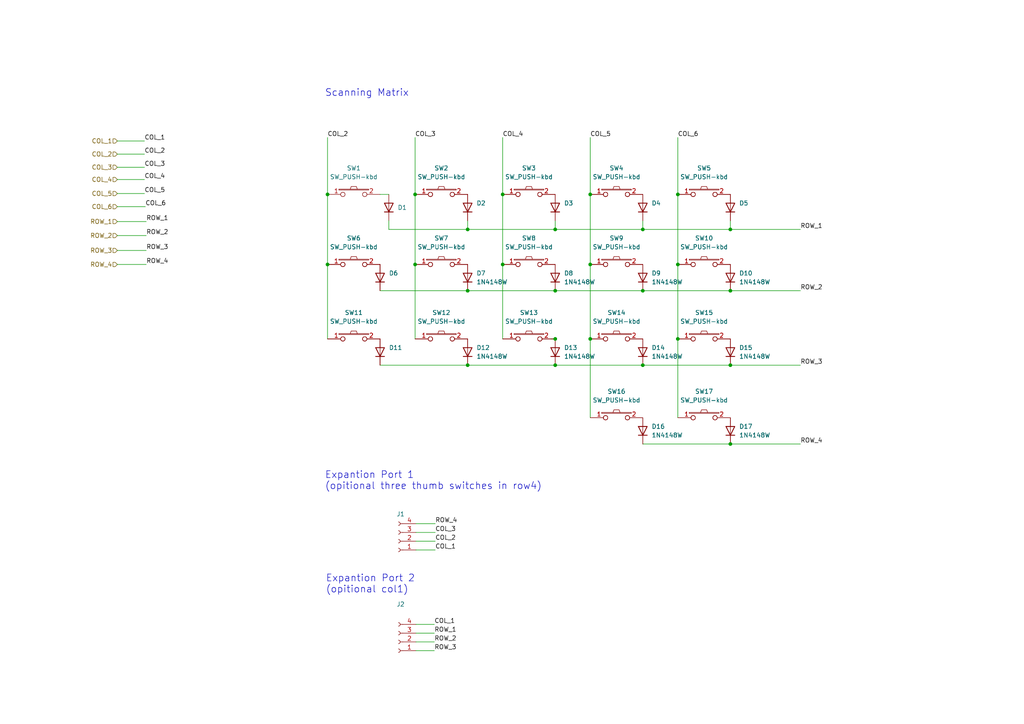
<source format=kicad_sch>
(kicad_sch (version 20211123) (generator eeschema)
  (paper "A4")
  (lib_symbols
    (symbol "Connector:Conn_01x04_Female" (pin_names (offset 1.016) hide)
      (property "Reference" "J" (at 0 5.08 0))
      (property "Value" "Conn_01x04_Female" (at 0 -7.62 0))
      (symbol "Conn_01x04_Female_1_1"
        (arc (start 0 -4.572) (mid -0.508 -5.08) (end 0 -5.588) (stroke (width 0.1524)))
        (arc (start 0 -2.032) (mid -0.508 -2.54) (end 0 -3.048) (stroke (width 0.1524)))
        (polyline (pts (xy -1.27 -5.08) (xy -0.508 -5.08)) (stroke (width 0.1524)))
        (polyline (pts (xy -1.27 -2.54) (xy -0.508 -2.54)) (stroke (width 0.1524)))
        (polyline (pts (xy -1.27 0) (xy -0.508 0)) (stroke (width 0.1524)))
        (polyline (pts (xy -1.27 2.54) (xy -0.508 2.54)) (stroke (width 0.1524)))
        (arc (start 0 0.508) (mid -0.508 0) (end 0 -0.508) (stroke (width 0.1524)))
        (arc (start 0 3.048) (mid -0.508 2.54) (end 0 2.032) (stroke (width 0.1524)))
        (pin passive line (at -5.08 2.54 0) (length 3.81) (name "Pin_1") (number "1"))
        (pin passive line (at -5.08 0 0) (length 3.81) (name "Pin_2") (number "2"))
        (pin passive line (at -5.08 -2.54 0) (length 3.81) (name "Pin_3") (number "3"))
        (pin passive line (at -5.08 -5.08 0) (length 3.81) (name "Pin_4") (number "4"))
      )
    )
    (symbol "mysymbol:1N4148W" (pin_numbers hide) (pin_names (offset 1.016) hide)
      (property "Reference" "D?" (at 2.54 1.2701 90))
      (symbol "1N4148W_0_1"
        (polyline (pts (xy -1.27 1.27) (xy -1.27 -1.27)) (stroke (width 0.254)))
        (polyline (pts (xy 1.27 0) (xy -1.27 0)))
        (polyline (pts (xy 1.27 1.27) (xy 1.27 -1.27) (xy -1.27 0) (xy 1.27 1.27)) (stroke (width 0.254)))
      )
      (symbol "1N4148W_1_1"
        (pin passive line (at -3.81 0 0) (length 2.54) (name "K") (number "1"))
        (pin passive line (at 3.81 0 180) (length 2.54) (name "A") (number "2"))
      )
    )
    (symbol "mysymbol:SW_PUSH-kbd" (pin_names (offset 1.016) hide)
      (property "Reference" "SW1" (at 3.81 2.794 0))
      (symbol "SW_PUSH-kbd_0_1"
        (rectangle (start -4.318 1.27) (end 4.318 1.524))
        (polyline (pts (xy -1.016 1.524) (xy -0.762 2.286) (xy 0.762 2.286) (xy 1.016 1.524)))
        (pin passive inverted (at -7.62 0 0) (length 5.08) (name "1") (number "1"))
        (pin passive inverted (at 7.62 0 180) (length 5.08) (name "2") (number "2"))
      )
    )
  )
  (junction (at 135.636 66.548))
  (junction (at 94.996 56.388))
  (junction (at 171.196 98.298))
  (junction (at 196.596 76.708))
  (junction (at 145.796 56.388))
  (junction (at 211.836 105.918))
  (junction (at 161.036 98.298))
  (junction (at 171.196 56.388))
  (junction (at 120.396 56.388))
  (junction (at 120.396 76.708))
  (junction (at 135.636 84.328))
  (junction (at 135.636 105.918))
  (junction (at 171.196 76.708))
  (junction (at 196.596 98.298))
  (junction (at 94.996 76.708))
  (junction (at 211.836 66.548))
  (junction (at 211.836 84.328))
  (junction (at 161.036 84.328))
  (junction (at 161.036 105.918))
  (junction (at 145.796 76.708))
  (junction (at 186.436 105.918))
  (junction (at 186.436 66.548))
  (junction (at 186.436 84.328))
  (junction (at 161.036 66.548))
  (junction (at 211.836 128.778))
  (junction (at 196.596 56.388))
  (wire (pts (xy 120.396 76.708) (xy 120.396 98.298)))
  (wire (pts (xy 145.796 76.708) (xy 145.796 98.298)))
  (wire (pts (xy 120.65 188.722) (xy 125.984 188.722)))
  (wire (pts (xy 161.036 105.918) (xy 186.436 105.918)))
  (wire (pts (xy 171.196 98.298) (xy 171.196 121.158)))
  (wire (pts (xy 135.636 84.328) (xy 161.036 84.328)))
  (wire (pts (xy 186.436 66.548) (xy 211.836 66.548)))
  (wire (pts (xy 94.996 56.388) (xy 94.996 76.708)))
  (wire (pts (xy 110.236 84.328) (xy 135.636 84.328)))
  (wire (pts (xy 186.436 128.778) (xy 211.836 128.778)))
  (wire (pts (xy 211.836 64.008) (xy 211.836 66.548)))
  (wire (pts (xy 211.836 66.548) (xy 232.156 66.548)))
  (wire (pts (xy 161.036 64.008) (xy 161.036 66.548)))
  (wire (pts (xy 161.036 84.328) (xy 186.436 84.328)))
  (wire (pts (xy 34.036 44.704) (xy 41.91 44.704)))
  (wire (pts (xy 34.036 68.326) (xy 42.418 68.326)))
  (wire (pts (xy 120.65 159.512) (xy 126.238 159.512)))
  (wire (pts (xy 34.036 64.262) (xy 42.418 64.262)))
  (wire (pts (xy 211.836 128.778) (xy 232.156 128.778)))
  (wire (pts (xy 211.836 105.918) (xy 232.156 105.918)))
  (wire (pts (xy 211.836 84.328) (xy 232.156 84.328)))
  (wire (pts (xy 120.65 181.102) (xy 125.984 181.102)))
  (wire (pts (xy 94.996 39.878) (xy 94.996 56.388)))
  (wire (pts (xy 34.036 48.514) (xy 41.91 48.514)))
  (wire (pts (xy 120.396 56.388) (xy 120.396 76.708)))
  (wire (pts (xy 186.436 105.918) (xy 211.836 105.918)))
  (wire (pts (xy 161.036 66.548) (xy 186.436 66.548)))
  (wire (pts (xy 196.596 39.878) (xy 196.596 56.388)))
  (wire (pts (xy 110.236 56.388) (xy 112.776 56.388)))
  (wire (pts (xy 145.796 56.388) (xy 145.796 76.708)))
  (wire (pts (xy 196.596 56.388) (xy 196.596 76.708)))
  (wire (pts (xy 196.596 76.708) (xy 196.596 98.298)))
  (wire (pts (xy 120.65 183.642) (xy 125.984 183.642)))
  (wire (pts (xy 135.636 105.918) (xy 161.036 105.918)))
  (wire (pts (xy 171.196 76.708) (xy 171.196 98.298)))
  (wire (pts (xy 110.236 105.918) (xy 135.636 105.918)))
  (wire (pts (xy 34.036 40.894) (xy 41.91 40.894)))
  (wire (pts (xy 120.65 151.892) (xy 126.238 151.892)))
  (wire (pts (xy 34.036 76.708) (xy 42.418 76.708)))
  (wire (pts (xy 34.036 56.134) (xy 41.91 56.134)))
  (wire (pts (xy 186.436 64.008) (xy 186.436 66.548)))
  (wire (pts (xy 159.766 98.298) (xy 161.036 98.298)))
  (wire (pts (xy 34.036 59.944) (xy 42.164 59.944)))
  (wire (pts (xy 34.036 52.07) (xy 41.91 52.07)))
  (wire (pts (xy 120.65 156.972) (xy 126.238 156.972)))
  (wire (pts (xy 94.996 76.708) (xy 94.996 98.298)))
  (wire (pts (xy 186.436 84.328) (xy 211.836 84.328)))
  (wire (pts (xy 112.776 64.008) (xy 112.776 66.548)))
  (wire (pts (xy 196.596 98.298) (xy 196.596 121.158)))
  (wire (pts (xy 145.796 39.878) (xy 145.796 56.388)))
  (wire (pts (xy 112.776 66.548) (xy 135.636 66.548)))
  (wire (pts (xy 171.196 56.388) (xy 171.196 76.708)))
  (wire (pts (xy 34.036 72.644) (xy 42.418 72.644)))
  (wire (pts (xy 135.636 66.548) (xy 161.036 66.548)))
  (wire (pts (xy 120.65 154.432) (xy 126.238 154.432)))
  (wire (pts (xy 120.396 39.878) (xy 120.396 56.388)))
  (wire (pts (xy 120.65 186.182) (xy 125.984 186.182)))
  (wire (pts (xy 171.196 39.878) (xy 171.196 56.388)))
  (wire (pts (xy 135.636 64.008) (xy 135.636 66.548)))
  (text "Scanning Matrix" (at 94.234 28.194 0) (effects (font (size 2 2)) (justify left bottom)))
  (text "Expantion Port 2\n(opitional col1)" (at 94.488 172.212 0) (effects (font (size 2 2)) (justify left bottom)))
  (text "Expantion Port 1\n(opitional three thumb switches in row4)" (at 94.234 142.24 0) (effects (font (size 2 2)) (justify left bottom)))
  (label "COL_2" (at 94.996 39.878 0))
  (label "COL_2" (at 126.238 156.972 0))
  (label "ROW_3" (at 125.984 188.722 0))
  (label "ROW_3" (at 42.418 72.644 0))
  (label "COL_2" (at 41.91 44.704 0))
  (label "COL_6" (at 196.596 39.878 0))
  (label "ROW_3" (at 232.156 105.918 0))
  (label "ROW_1" (at 42.418 64.262 0))
  (label "COL_5" (at 171.196 39.878 0))
  (label "ROW_4" (at 42.418 76.708 0))
  (label "COL_4" (at 145.796 39.878 0))
  (label "COL_3" (at 120.396 39.878 0))
  (label "ROW_1" (at 125.984 183.642 0))
  (label "ROW_2" (at 232.156 84.328 0))
  (label "COL_1" (at 41.91 40.894 0))
  (label "COL_4" (at 41.91 52.07 0))
  (label "COL_1" (at 126.238 159.512 0))
  (label "COL_6" (at 42.164 59.944 0))
  (label "ROW_4" (at 126.238 151.892 0))
  (label "COL_1" (at 125.984 181.102 0))
  (label "COL_3" (at 126.238 154.432 0))
  (label "ROW_1" (at 232.156 66.548 0))
  (label "COL_3" (at 41.91 48.514 0))
  (label "ROW_4" (at 232.156 128.778 0))
  (label "ROW_2" (at 42.418 68.326 0))
  (label "COL_5" (at 41.91 56.134 0))
  (label "ROW_2" (at 125.984 186.182 0))
  (hierarchical_label "COL_2" (shape input) (at 34.036 44.704 180))
  (hierarchical_label "ROW_3" (shape input) (at 34.036 72.644 180))
  (hierarchical_label "COL_5" (shape input) (at 34.036 56.134 180))
  (hierarchical_label "ROW_2" (shape input) (at 34.036 68.326 180))
  (hierarchical_label "COL_4" (shape input) (at 34.036 52.07 180))
  (hierarchical_label "COL_6" (shape input) (at 34.036 59.944 180))
  (hierarchical_label "COL_1" (shape input) (at 34.036 40.894 180))
  (hierarchical_label "ROW_4" (shape input) (at 34.036 76.708 180))
  (hierarchical_label "ROW_1" (shape input) (at 34.036 64.262 180))
  (hierarchical_label "COL_3" (shape input) (at 34.036 48.514 180))
  (symbol (lib_id "mysymbol:SW_PUSH-kbd") (at 204.216 76.708 0) (unit 1)
    (property "Reference" "SW10" (at 204.216 69.088 0))
    (property "Value" "SW_PUSH-kbd" (at 204.216 71.628 0))
    (property "Footprint" "mylib:Kailh_Choc_Hotplug" (effects hide))
  )
  (symbol (lib_id "mysymbol:1N4148W") (at 161.036 80.518 90) (unit 1)
    (property "Reference" "D8" (at 163.576 79.2479 90) (effects (justify right)))
    (property "Value" "1N4148W" (at 163.576 81.7879 90) (effects (justify right)))
    (property "Footprint" "mylib:Diode" (effects hide))
    (property "Datasheet" "https://www.vishay.com/docs/85748/1n4148w.pdf" (effects hide))
  )
  (symbol (lib_id "Connector:Conn_01x04_Female") (at 115.57 186.182 180) (unit 1)
    (property "Reference" "J2" (at 116.205 175.26 0))
    (property "Value" "Conn_01x04_Female" (effects hide))
    (property "Footprint" "mylib:pogopin_1x4" (effects hide))
  )
  (symbol (lib_id "mysymbol:SW_PUSH-kbd") (at 128.016 56.388 0) (unit 1)
    (property "Reference" "SW2" (at 128.016 48.768 0))
    (property "Value" "SW_PUSH-kbd" (at 128.016 51.308 0))
    (property "Footprint" "mylib:Kailh_Choc_Hotplug" (effects hide))
  )
  (symbol (lib_id "mysymbol:SW_PUSH-kbd") (at 128.016 76.708 0) (unit 1)
    (property "Reference" "SW7" (at 128.016 69.088 0))
    (property "Value" "SW_PUSH-kbd" (at 128.016 71.628 0))
    (property "Footprint" "mylib:Kailh_Choc_Hotplug" (effects hide))
  )
  (symbol (lib_id "mysymbol:SW_PUSH-kbd") (at 204.216 98.298 0) (unit 1)
    (property "Reference" "SW15" (at 204.216 90.678 0))
    (property "Value" "SW_PUSH-kbd" (at 204.216 93.218 0))
    (property "Footprint" "mylib:Kailh_Choc_Hotplug" (effects hide))
  )
  (symbol (lib_id "mysymbol:1N4148W") (at 161.036 102.108 90) (unit 1)
    (property "Reference" "D13" (at 163.576 100.8379 90) (effects (justify right)))
    (property "Value" "1N4148W" (at 163.576 103.3779 90) (effects (justify right)))
    (property "Footprint" "mylib:Diode" (effects hide))
    (property "Datasheet" "https://www.vishay.com/docs/85748/1n4148w.pdf" (effects hide))
  )
  (symbol (lib_id "Connector:Conn_01x04_Female") (at 115.57 156.972 180) (unit 1) (in_bom no)
    (property "Reference" "J1" (at 116.205 149.098 0))
    (property "Value" "expantion1" (effects hide))
    (property "Footprint" "mylib:pogopin_1x4" (effects hide))
  )
  (symbol (lib_id "mysymbol:SW_PUSH-kbd") (at 204.216 121.158 0) (unit 1)
    (property "Reference" "SW17" (at 204.216 113.538 0))
    (property "Value" "SW_PUSH-kbd" (at 204.216 116.078 0))
    (property "Footprint" "mylib:Kailh_Choc_Hotplug" (effects hide))
  )
  (symbol (lib_id "mysymbol:1N4148W") (at 211.836 124.968 90) (unit 1)
    (property "Reference" "D17" (at 214.376 123.6979 90) (effects (justify right)))
    (property "Value" "1N4148W" (at 214.376 126.2379 90) (effects (justify right)))
    (property "Footprint" "mylib:Diode" (effects hide))
    (property "Datasheet" "https://www.vishay.com/docs/85748/1n4148w.pdf" (effects hide))
  )
  (symbol (lib_id "mysymbol:SW_PUSH-kbd") (at 153.416 76.708 0) (unit 1)
    (property "Reference" "SW8" (at 153.416 69.088 0))
    (property "Value" "SW_PUSH-kbd" (at 153.416 71.628 0))
    (property "Footprint" "mylib:Kailh_Choc_Hotplug" (effects hide))
  )
  (symbol (lib_id "mysymbol:SW_PUSH-kbd") (at 102.616 98.298 0) (unit 1)
    (property "Reference" "SW11" (at 102.616 90.678 0))
    (property "Value" "SW_PUSH-kbd" (at 102.616 93.218 0))
    (property "Footprint" "mylib:Kailh_Choc_Hotplug" (effects hide))
  )
  (symbol (lib_id "mysymbol:SW_PUSH-kbd") (at 178.816 56.388 0) (unit 1)
    (property "Reference" "SW4" (at 178.816 48.768 0))
    (property "Value" "SW_PUSH-kbd" (at 178.816 51.308 0))
    (property "Footprint" "mylib:Kailh_Choc_Hotplug" (effects hide))
  )
  (symbol (lib_id "mysymbol:1N4148W") (at 186.436 80.518 90) (unit 1)
    (property "Reference" "D9" (at 188.976 79.2479 90) (effects (justify right)))
    (property "Value" "1N4148W" (at 188.976 81.7879 90) (effects (justify right)))
    (property "Footprint" "mylib:Diode" (effects hide))
    (property "Datasheet" "https://www.vishay.com/docs/85748/1n4148w.pdf" (effects hide))
  )
  (symbol (lib_id "mysymbol:1N4148W") (at 135.636 102.108 90) (unit 1)
    (property "Reference" "D12" (at 138.176 100.8379 90) (effects (justify right)))
    (property "Value" "1N4148W" (at 138.176 103.3779 90) (effects (justify right)))
    (property "Footprint" "mylib:Diode" (effects hide))
    (property "Datasheet" "https://www.vishay.com/docs/85748/1n4148w.pdf" (effects hide))
  )
  (symbol (lib_id "mysymbol:1N4148W") (at 110.236 102.108 90) (unit 1)
    (property "Reference" "D11" (at 112.776 100.8379 90) (effects (justify right)))
    (property "Value" "1N4148W" (effects hide))
    (property "Footprint" "mylib:Diode" (effects hide))
    (property "Datasheet" "https://www.vishay.com/docs/85748/1n4148w.pdf" (effects hide))
  )
  (symbol (lib_id "mysymbol:1N4148W") (at 110.236 80.518 90) (unit 1)
    (property "Reference" "D6" (at 112.776 79.2479 90) (effects (justify right)))
    (property "Value" "1N4148W" (effects hide))
    (property "Footprint" "mylib:Diode" (effects hide))
    (property "Datasheet" "https://www.vishay.com/docs/85748/1n4148w.pdf" (effects hide))
  )
  (symbol (lib_id "mysymbol:SW_PUSH-kbd") (at 153.416 56.388 0) (unit 1)
    (property "Reference" "SW3" (at 153.416 48.768 0))
    (property "Value" "SW_PUSH-kbd" (at 153.416 51.308 0))
    (property "Footprint" "mylib:Kailh_Choc_Hotplug" (effects hide))
  )
  (symbol (lib_id "mysymbol:SW_PUSH-kbd") (at 204.216 56.388 0) (unit 1)
    (property "Reference" "SW5" (at 204.216 48.768 0))
    (property "Value" "SW_PUSH-kbd" (at 204.216 51.308 0))
    (property "Footprint" "mylib:Kailh_Choc_Hotplug" (effects hide))
  )
  (symbol (lib_id "mysymbol:1N4148W") (at 161.036 60.198 90) (unit 1)
    (property "Reference" "D3" (at 163.576 58.9279 90) (effects (justify right)))
    (property "Value" "1N4148W" (effects hide))
    (property "Footprint" "mylib:Diode" (effects hide))
    (property "Datasheet" "https://www.vishay.com/docs/85748/1n4148w.pdf" (effects hide))
  )
  (symbol (lib_id "mysymbol:1N4148W") (at 112.776 60.198 90) (unit 1)
    (property "Reference" "D1" (at 115.316 60.1979 90) (effects (justify right)))
    (property "Value" "1N4148W" (effects hide))
    (property "Footprint" "mylib:Diode" (effects hide))
    (property "Datasheet" "https://www.vishay.com/docs/85748/1n4148w.pdf" (effects hide))
  )
  (symbol (lib_id "mysymbol:1N4148W") (at 135.636 60.198 90) (unit 1)
    (property "Reference" "D2" (at 138.176 58.9279 90) (effects (justify right)))
    (property "Value" "1N4148W" (effects hide))
    (property "Footprint" "mylib:Diode" (effects hide))
    (property "Datasheet" "https://www.vishay.com/docs/85748/1n4148w.pdf" (effects hide))
  )
  (symbol (lib_id "mysymbol:SW_PUSH-kbd") (at 128.016 98.298 0) (unit 1)
    (property "Reference" "SW12" (at 128.016 90.678 0))
    (property "Value" "SW_PUSH-kbd" (at 128.016 93.218 0))
    (property "Footprint" "mylib:Kailh_Choc_Hotplug" (effects hide))
  )
  (symbol (lib_id "mysymbol:1N4148W") (at 186.436 102.108 90) (unit 1)
    (property "Reference" "D14" (at 188.976 100.8379 90) (effects (justify right)))
    (property "Value" "1N4148W" (at 188.976 103.3779 90) (effects (justify right)))
    (property "Footprint" "mylib:Diode" (effects hide))
    (property "Datasheet" "https://www.vishay.com/docs/85748/1n4148w.pdf" (effects hide))
  )
  (symbol (lib_id "mysymbol:SW_PUSH-kbd") (at 153.416 98.298 0) (unit 1)
    (property "Reference" "SW13" (at 153.416 90.678 0))
    (property "Value" "SW_PUSH-kbd" (at 153.416 93.218 0))
    (property "Footprint" "mylib:Kailh_Choc_Hotplug" (effects hide))
  )
  (symbol (lib_id "mysymbol:SW_PUSH-kbd") (at 102.616 56.388 0) (unit 1)
    (property "Reference" "SW1" (at 102.616 48.768 0))
    (property "Value" "SW_PUSH-kbd" (at 102.616 51.308 0))
    (property "Footprint" "mylib:Kailh_Choc_Hotplug" (effects hide))
  )
  (symbol (lib_id "mysymbol:SW_PUSH-kbd") (at 102.616 76.708 0) (unit 1)
    (property "Reference" "SW6" (at 102.616 69.088 0))
    (property "Value" "SW_PUSH-kbd" (at 102.616 71.628 0))
    (property "Footprint" "mylib:Kailh_Choc_Hotplug" (effects hide))
  )
  (symbol (lib_id "mysymbol:SW_PUSH-kbd") (at 178.816 76.708 0) (unit 1)
    (property "Reference" "SW9" (at 178.816 69.088 0))
    (property "Value" "SW_PUSH-kbd" (at 178.816 71.628 0))
    (property "Footprint" "mylib:Kailh_Choc_Hotplug" (effects hide))
  )
  (symbol (lib_id "mysymbol:1N4148W") (at 211.836 80.518 90) (unit 1)
    (property "Reference" "D10" (at 214.376 79.2479 90) (effects (justify right)))
    (property "Value" "1N4148W" (at 214.376 81.7879 90) (effects (justify right)))
    (property "Footprint" "mylib:Diode" (effects hide))
    (property "Datasheet" "https://www.vishay.com/docs/85748/1n4148w.pdf" (effects hide))
  )
  (symbol (lib_id "mysymbol:1N4148W") (at 135.636 80.518 90) (unit 1)
    (property "Reference" "D7" (at 138.176 79.2479 90) (effects (justify right)))
    (property "Value" "1N4148W" (at 138.176 81.7879 90) (effects (justify right)))
    (property "Footprint" "mylib:Diode" (effects hide))
    (property "Datasheet" "https://www.vishay.com/docs/85748/1n4148w.pdf" (effects hide))
  )
  (symbol (lib_id "mysymbol:1N4148W") (at 186.436 60.198 90) (unit 1)
    (property "Reference" "D4" (at 188.976 58.9279 90) (effects (justify right)))
    (property "Value" "1N4148W" (effects hide))
    (property "Footprint" "mylib:Diode" (effects hide))
    (property "Datasheet" "https://www.vishay.com/docs/85748/1n4148w.pdf" (effects hide))
  )
  (symbol (lib_id "mysymbol:SW_PUSH-kbd") (at 178.816 98.298 0) (unit 1)
    (property "Reference" "SW14" (at 178.816 90.678 0))
    (property "Value" "SW_PUSH-kbd" (at 178.816 93.218 0))
    (property "Footprint" "mylib:Kailh_Choc_Hotplug" (effects hide))
  )
  (symbol (lib_id "mysymbol:1N4148W") (at 211.836 102.108 90) (unit 1)
    (property "Reference" "D15" (at 214.376 100.8379 90) (effects (justify right)))
    (property "Value" "1N4148W" (at 214.376 103.3779 90) (effects (justify right)))
    (property "Footprint" "mylib:Diode" (effects hide))
    (property "Datasheet" "https://www.vishay.com/docs/85748/1n4148w.pdf" (effects hide))
  )
  (symbol (lib_id "mysymbol:SW_PUSH-kbd") (at 178.816 121.158 0) (unit 1)
    (property "Reference" "SW16" (at 178.816 113.538 0))
    (property "Value" "SW_PUSH-kbd" (at 178.816 116.078 0))
    (property "Footprint" "mylib:Kailh_Choc_Hotplug" (effects hide))
  )
  (symbol (lib_id "mysymbol:1N4148W") (at 211.836 60.198 90) (unit 1)
    (property "Reference" "D5" (at 214.376 58.9279 90) (effects (justify right)))
    (property "Value" "1N4148W" (effects hide))
    (property "Footprint" "mylib:Diode" (effects hide))
    (property "Datasheet" "https://www.vishay.com/docs/85748/1n4148w.pdf" (effects hide))
  )
  (symbol (lib_id "mysymbol:1N4148W") (at 186.436 124.968 90) (unit 1)
    (property "Reference" "D16" (at 188.976 123.6979 90) (effects (justify right)))
    (property "Value" "1N4148W" (at 188.976 126.2379 90) (effects (justify right)))
    (property "Footprint" "mylib:Diode" (effects hide))
    (property "Datasheet" "https://www.vishay.com/docs/85748/1n4148w.pdf" (effects hide))
  )
)
</source>
